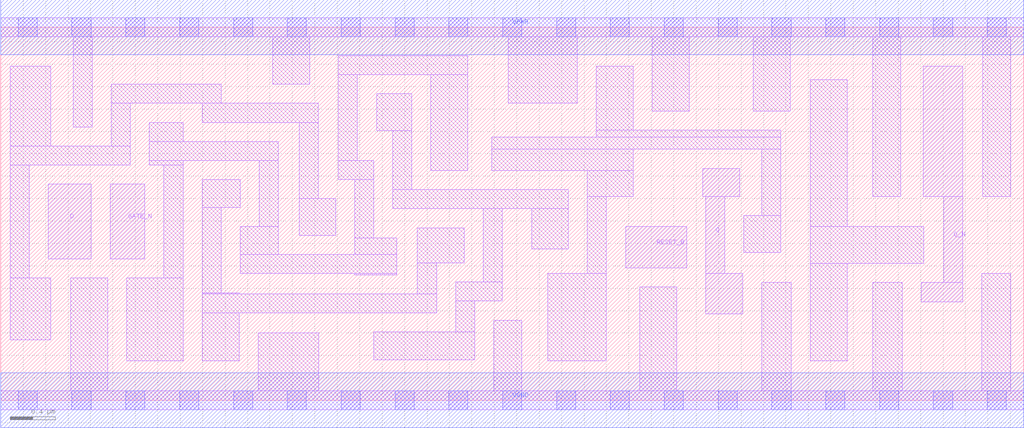
<source format=lef>
# Copyright 2020 The SkyWater PDK Authors
#
# Licensed under the Apache License, Version 2.0 (the "License");
# you may not use this file except in compliance with the License.
# You may obtain a copy of the License at
#
#     https://www.apache.org/licenses/LICENSE-2.0
#
# Unless required by applicable law or agreed to in writing, software
# distributed under the License is distributed on an "AS IS" BASIS,
# WITHOUT WARRANTIES OR CONDITIONS OF ANY KIND, either express or implied.
# See the License for the specific language governing permissions and
# limitations under the License.
#
# SPDX-License-Identifier: Apache-2.0

VERSION 5.7 ;
  NAMESCASESENSITIVE ON ;
  NOWIREEXTENSIONATPIN ON ;
  DIVIDERCHAR "/" ;
  BUSBITCHARS "[]" ;
UNITS
  DATABASE MICRONS 200 ;
END UNITS
MACRO sky130_fd_sc_ls__dlrbn_2
  CLASS CORE ;
  SOURCE USER ;
  FOREIGN sky130_fd_sc_ls__dlrbn_2 ;
  ORIGIN  0.000000  0.000000 ;
  SIZE  9.120000 BY  3.330000 ;
  SYMMETRY X Y ;
  SITE unit ;
  PIN D
    ANTENNAGATEAREA  0.208500 ;
    DIRECTION INPUT ;
    USE SIGNAL ;
    PORT
      LAYER li1 ;
        RECT 0.425000 1.260000 0.805000 1.930000 ;
    END
  END D
  PIN Q
    ANTENNADIFFAREA  0.543200 ;
    DIRECTION OUTPUT ;
    USE SIGNAL ;
    PORT
      LAYER li1 ;
        RECT 6.260000 1.820000 6.590000 2.070000 ;
        RECT 6.285000 0.770000 6.615000 1.130000 ;
        RECT 6.285000 1.130000 6.455000 1.820000 ;
    END
  END Q
  PIN Q_N
    ANTENNADIFFAREA  0.572800 ;
    DIRECTION OUTPUT ;
    USE SIGNAL ;
    PORT
      LAYER li1 ;
        RECT 8.205000 0.880000 8.575000 1.050000 ;
        RECT 8.225000 1.820000 8.575000 2.980000 ;
        RECT 8.405000 1.050000 8.575000 1.820000 ;
    END
  END Q_N
  PIN RESET_B
    ANTENNAGATEAREA  0.279000 ;
    DIRECTION INPUT ;
    USE SIGNAL ;
    PORT
      LAYER li1 ;
        RECT 5.570000 1.180000 6.115000 1.550000 ;
    END
  END RESET_B
  PIN GATE_N
    ANTENNAGATEAREA  0.237000 ;
    DIRECTION INPUT ;
    USE CLOCK ;
    PORT
      LAYER li1 ;
        RECT 0.975000 1.260000 1.285000 1.930000 ;
    END
  END GATE_N
  PIN VGND
    DIRECTION INOUT ;
    SHAPE ABUTMENT ;
    USE GROUND ;
    PORT
      LAYER met1 ;
        RECT 0.000000 -0.245000 9.120000 0.245000 ;
    END
  END VGND
  PIN VPWR
    DIRECTION INOUT ;
    SHAPE ABUTMENT ;
    USE POWER ;
    PORT
      LAYER met1 ;
        RECT 0.000000 3.085000 9.120000 3.575000 ;
    END
  END VPWR
  OBS
    LAYER li1 ;
      RECT 0.000000 -0.085000 9.120000 0.085000 ;
      RECT 0.000000  3.245000 9.120000 3.415000 ;
      RECT 0.085000  0.540000 0.445000 1.090000 ;
      RECT 0.085000  1.090000 0.255000 2.100000 ;
      RECT 0.085000  2.100000 1.155000 2.270000 ;
      RECT 0.085000  2.270000 0.445000 2.980000 ;
      RECT 0.625000  0.085000 0.955000 1.090000 ;
      RECT 0.645000  2.440000 0.815000 3.245000 ;
      RECT 0.985000  2.270000 1.155000 2.650000 ;
      RECT 0.985000  2.650000 1.965000 2.820000 ;
      RECT 1.125000  0.350000 1.625000 1.090000 ;
      RECT 1.325000  2.100000 1.625000 2.140000 ;
      RECT 1.325000  2.140000 2.475000 2.310000 ;
      RECT 1.325000  2.310000 1.625000 2.480000 ;
      RECT 1.455000  1.090000 1.625000 2.100000 ;
      RECT 1.795000  0.350000 2.125000 0.780000 ;
      RECT 1.795000  0.780000 3.885000 0.950000 ;
      RECT 1.795000  0.950000 2.125000 0.960000 ;
      RECT 1.795000  0.960000 1.965000 1.720000 ;
      RECT 1.795000  1.720000 2.135000 1.970000 ;
      RECT 1.795000  2.480000 2.830000 2.650000 ;
      RECT 2.135000  1.130000 3.530000 1.300000 ;
      RECT 2.135000  1.300000 2.475000 1.550000 ;
      RECT 2.295000  0.085000 2.835000 0.600000 ;
      RECT 2.305000  1.550000 2.475000 2.140000 ;
      RECT 2.425000  2.820000 2.755000 3.245000 ;
      RECT 2.660000  1.470000 2.985000 1.800000 ;
      RECT 2.660000  1.800000 2.830000 2.480000 ;
      RECT 3.010000  1.970000 3.325000 2.140000 ;
      RECT 3.010000  2.140000 3.180000 2.905000 ;
      RECT 3.010000  2.905000 4.165000 3.075000 ;
      RECT 3.155000  1.120000 3.530000 1.130000 ;
      RECT 3.155000  1.300000 3.530000 1.450000 ;
      RECT 3.155000  1.450000 3.325000 1.970000 ;
      RECT 3.325000  0.360000 4.225000 0.610000 ;
      RECT 3.350000  2.405000 3.665000 2.735000 ;
      RECT 3.495000  1.710000 5.060000 1.880000 ;
      RECT 3.495000  1.880000 3.665000 2.405000 ;
      RECT 3.715000  0.950000 3.885000 1.225000 ;
      RECT 3.715000  1.225000 4.130000 1.540000 ;
      RECT 3.835000  2.050000 4.165000 2.905000 ;
      RECT 4.055000  0.610000 4.225000 0.885000 ;
      RECT 4.055000  0.885000 4.470000 1.055000 ;
      RECT 4.300000  1.055000 4.470000 1.710000 ;
      RECT 4.375000  2.050000 5.640000 2.240000 ;
      RECT 4.375000  2.240000 6.955000 2.350000 ;
      RECT 4.395000  0.085000 4.645000 0.715000 ;
      RECT 4.525000  2.650000 5.140000 3.245000 ;
      RECT 4.735000  1.350000 5.060000 1.710000 ;
      RECT 4.875000  0.350000 5.400000 1.130000 ;
      RECT 5.230000  1.130000 5.400000 1.820000 ;
      RECT 5.230000  1.820000 5.640000 2.050000 ;
      RECT 5.310000  2.350000 6.955000 2.410000 ;
      RECT 5.310000  2.410000 5.640000 2.980000 ;
      RECT 5.695000  0.085000 6.025000 1.010000 ;
      RECT 5.810000  2.580000 6.140000 3.245000 ;
      RECT 6.625000  1.320000 6.955000 1.650000 ;
      RECT 6.710000  2.580000 7.040000 3.245000 ;
      RECT 6.785000  0.085000 7.045000 1.050000 ;
      RECT 6.785000  1.650000 6.955000 2.240000 ;
      RECT 7.215000  0.350000 7.545000 1.220000 ;
      RECT 7.215000  1.220000 8.230000 1.550000 ;
      RECT 7.215000  1.550000 7.545000 2.860000 ;
      RECT 7.775000  0.085000 8.035000 1.050000 ;
      RECT 7.775000  1.820000 8.025000 3.245000 ;
      RECT 8.745000  0.085000 9.005000 1.130000 ;
      RECT 8.755000  1.820000 9.005000 3.245000 ;
    LAYER mcon ;
      RECT 0.155000 -0.085000 0.325000 0.085000 ;
      RECT 0.155000  3.245000 0.325000 3.415000 ;
      RECT 0.635000 -0.085000 0.805000 0.085000 ;
      RECT 0.635000  3.245000 0.805000 3.415000 ;
      RECT 1.115000 -0.085000 1.285000 0.085000 ;
      RECT 1.115000  3.245000 1.285000 3.415000 ;
      RECT 1.595000 -0.085000 1.765000 0.085000 ;
      RECT 1.595000  3.245000 1.765000 3.415000 ;
      RECT 2.075000 -0.085000 2.245000 0.085000 ;
      RECT 2.075000  3.245000 2.245000 3.415000 ;
      RECT 2.555000 -0.085000 2.725000 0.085000 ;
      RECT 2.555000  3.245000 2.725000 3.415000 ;
      RECT 3.035000 -0.085000 3.205000 0.085000 ;
      RECT 3.035000  3.245000 3.205000 3.415000 ;
      RECT 3.515000 -0.085000 3.685000 0.085000 ;
      RECT 3.515000  3.245000 3.685000 3.415000 ;
      RECT 3.995000 -0.085000 4.165000 0.085000 ;
      RECT 3.995000  3.245000 4.165000 3.415000 ;
      RECT 4.475000 -0.085000 4.645000 0.085000 ;
      RECT 4.475000  3.245000 4.645000 3.415000 ;
      RECT 4.955000 -0.085000 5.125000 0.085000 ;
      RECT 4.955000  3.245000 5.125000 3.415000 ;
      RECT 5.435000 -0.085000 5.605000 0.085000 ;
      RECT 5.435000  3.245000 5.605000 3.415000 ;
      RECT 5.915000 -0.085000 6.085000 0.085000 ;
      RECT 5.915000  3.245000 6.085000 3.415000 ;
      RECT 6.395000 -0.085000 6.565000 0.085000 ;
      RECT 6.395000  3.245000 6.565000 3.415000 ;
      RECT 6.875000 -0.085000 7.045000 0.085000 ;
      RECT 6.875000  3.245000 7.045000 3.415000 ;
      RECT 7.355000 -0.085000 7.525000 0.085000 ;
      RECT 7.355000  3.245000 7.525000 3.415000 ;
      RECT 7.835000 -0.085000 8.005000 0.085000 ;
      RECT 7.835000  3.245000 8.005000 3.415000 ;
      RECT 8.315000 -0.085000 8.485000 0.085000 ;
      RECT 8.315000  3.245000 8.485000 3.415000 ;
      RECT 8.795000 -0.085000 8.965000 0.085000 ;
      RECT 8.795000  3.245000 8.965000 3.415000 ;
  END
END sky130_fd_sc_ls__dlrbn_2
END LIBRARY

</source>
